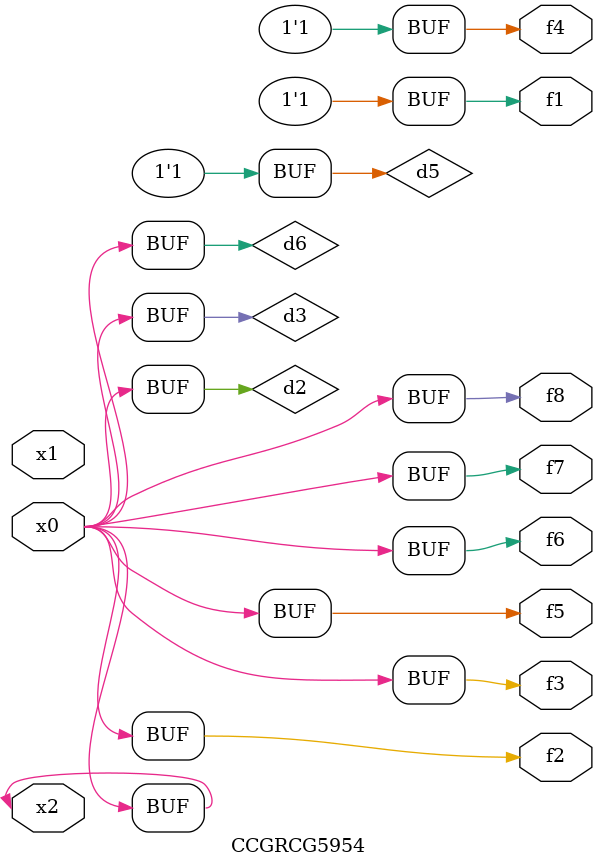
<source format=v>
module CCGRCG5954(
	input x0, x1, x2,
	output f1, f2, f3, f4, f5, f6, f7, f8
);

	wire d1, d2, d3, d4, d5, d6;

	xnor (d1, x2);
	buf (d2, x0, x2);
	and (d3, x0);
	xnor (d4, x1, x2);
	nand (d5, d1, d3);
	buf (d6, d2, d3);
	assign f1 = d5;
	assign f2 = d6;
	assign f3 = d6;
	assign f4 = d5;
	assign f5 = d6;
	assign f6 = d6;
	assign f7 = d6;
	assign f8 = d6;
endmodule

</source>
